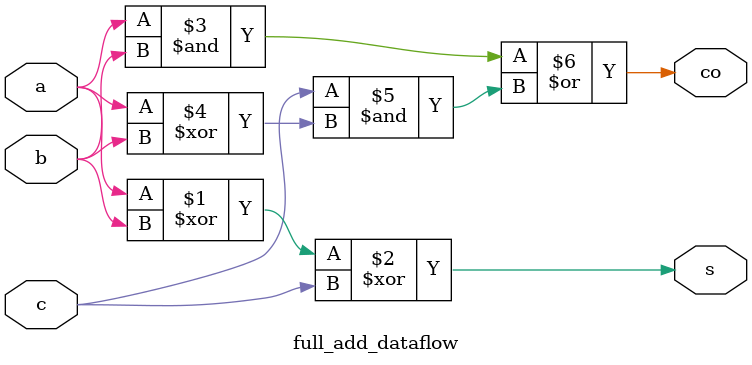
<source format=v>
module full_add_dataflow(a,b,c,s,co);
  input a,b,c;
  output s,co;
  assign s = a^b^c;
  assign co = (a&b)|c&(a^b);
endmodule

</source>
